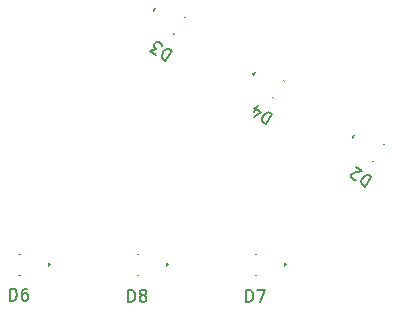
<source format=gto>
G04 #@! TF.GenerationSoftware,KiCad,Pcbnew,(6.0.0)*
G04 #@! TF.CreationDate,2022-02-11T23:38:19-05:00*
G04 #@! TF.ProjectId,FalconRHS,46616c63-6f6e-4524-9853-2e6b69636164,1A*
G04 #@! TF.SameCoordinates,Original*
G04 #@! TF.FileFunction,Legend,Top*
G04 #@! TF.FilePolarity,Positive*
%FSLAX46Y46*%
G04 Gerber Fmt 4.6, Leading zero omitted, Abs format (unit mm)*
G04 Created by KiCad (PCBNEW (6.0.0)) date 2022-02-11 23:38:19*
%MOMM*%
%LPD*%
G01*
G04 APERTURE LIST*
%ADD10C,0.150000*%
%ADD11C,0.120000*%
G04 APERTURE END LIST*
D10*
X142261904Y-125152380D02*
X142261904Y-124152380D01*
X142500000Y-124152380D01*
X142642857Y-124200000D01*
X142738095Y-124295238D01*
X142785714Y-124390476D01*
X142833333Y-124580952D01*
X142833333Y-124723809D01*
X142785714Y-124914285D01*
X142738095Y-125009523D01*
X142642857Y-125104761D01*
X142500000Y-125152380D01*
X142261904Y-125152380D01*
X143404761Y-124580952D02*
X143309523Y-124533333D01*
X143261904Y-124485714D01*
X143214285Y-124390476D01*
X143214285Y-124342857D01*
X143261904Y-124247619D01*
X143309523Y-124200000D01*
X143404761Y-124152380D01*
X143595238Y-124152380D01*
X143690476Y-124200000D01*
X143738095Y-124247619D01*
X143785714Y-124342857D01*
X143785714Y-124390476D01*
X143738095Y-124485714D01*
X143690476Y-124533333D01*
X143595238Y-124580952D01*
X143404761Y-124580952D01*
X143309523Y-124628571D01*
X143261904Y-124676190D01*
X143214285Y-124771428D01*
X143214285Y-124961904D01*
X143261904Y-125057142D01*
X143309523Y-125104761D01*
X143404761Y-125152380D01*
X143595238Y-125152380D01*
X143690476Y-125104761D01*
X143738095Y-125057142D01*
X143785714Y-124961904D01*
X143785714Y-124771428D01*
X143738095Y-124676190D01*
X143690476Y-124628571D01*
X143595238Y-124580952D01*
X162842096Y-114589533D02*
X162304899Y-115432990D01*
X162104076Y-115305086D01*
X162009163Y-115188179D01*
X161979995Y-115056688D01*
X161990992Y-114950778D01*
X162053151Y-114764539D01*
X162129893Y-114644045D01*
X162272381Y-114508967D01*
X162363707Y-114454219D01*
X162495198Y-114425051D01*
X162641273Y-114461629D01*
X162842096Y-114589533D01*
X161552768Y-114841045D02*
X161487023Y-114855629D01*
X161381113Y-114844632D01*
X161180290Y-114716728D01*
X161125541Y-114625402D01*
X161110957Y-114559656D01*
X161121954Y-114453746D01*
X161173116Y-114373417D01*
X161290023Y-114278504D01*
X162078968Y-114103498D01*
X161556828Y-113770948D01*
X154442097Y-109289533D02*
X153904900Y-110132990D01*
X153704077Y-110005086D01*
X153609164Y-109888179D01*
X153579996Y-109756688D01*
X153590993Y-109650778D01*
X153653152Y-109464539D01*
X153729894Y-109344045D01*
X153872382Y-109208967D01*
X153963708Y-109154219D01*
X154095199Y-109125051D01*
X154241274Y-109161629D01*
X154442097Y-109289533D01*
X152879027Y-109084414D02*
X153237158Y-108522109D01*
X152875204Y-109533635D02*
X153459739Y-109059069D01*
X152937599Y-108726519D01*
X152261904Y-125152380D02*
X152261904Y-124152380D01*
X152500000Y-124152380D01*
X152642857Y-124200000D01*
X152738095Y-124295238D01*
X152785714Y-124390476D01*
X152833333Y-124580952D01*
X152833333Y-124723809D01*
X152785714Y-124914285D01*
X152738095Y-125009523D01*
X152642857Y-125104761D01*
X152500000Y-125152380D01*
X152261904Y-125152380D01*
X153166666Y-124152380D02*
X153833333Y-124152380D01*
X153404761Y-125152380D01*
X132261904Y-125052380D02*
X132261904Y-124052380D01*
X132500000Y-124052380D01*
X132642857Y-124100000D01*
X132738095Y-124195238D01*
X132785714Y-124290476D01*
X132833333Y-124480952D01*
X132833333Y-124623809D01*
X132785714Y-124814285D01*
X132738095Y-124909523D01*
X132642857Y-125004761D01*
X132500000Y-125052380D01*
X132261904Y-125052380D01*
X133690476Y-124052380D02*
X133500000Y-124052380D01*
X133404761Y-124100000D01*
X133357142Y-124147619D01*
X133261904Y-124290476D01*
X133214285Y-124480952D01*
X133214285Y-124861904D01*
X133261904Y-124957142D01*
X133309523Y-125004761D01*
X133404761Y-125052380D01*
X133595238Y-125052380D01*
X133690476Y-125004761D01*
X133738095Y-124957142D01*
X133785714Y-124861904D01*
X133785714Y-124623809D01*
X133738095Y-124528571D01*
X133690476Y-124480952D01*
X133595238Y-124433333D01*
X133404761Y-124433333D01*
X133309523Y-124480952D01*
X133261904Y-124528571D01*
X133214285Y-124623809D01*
X145942097Y-103889533D02*
X145404900Y-104732990D01*
X145204077Y-104605086D01*
X145109164Y-104488179D01*
X145079996Y-104356688D01*
X145090993Y-104250778D01*
X145153152Y-104064539D01*
X145229894Y-103944045D01*
X145372382Y-103808967D01*
X145463708Y-103754219D01*
X145595199Y-103725051D01*
X145741274Y-103761629D01*
X145942097Y-103889533D01*
X144641772Y-104246955D02*
X144119632Y-103914405D01*
X144605431Y-103772153D01*
X144484937Y-103695411D01*
X144430188Y-103604085D01*
X144415605Y-103538339D01*
X144426602Y-103432429D01*
X144554506Y-103231606D01*
X144645832Y-103176858D01*
X144711577Y-103162274D01*
X144817487Y-103173271D01*
X145058475Y-103326755D01*
X145113223Y-103418082D01*
X145127807Y-103483827D01*
D11*
X143050000Y-121150000D02*
X142950000Y-121150000D01*
X143050000Y-122850000D02*
X142950000Y-122850000D01*
X143000000Y-121150000D02*
X143050000Y-121150000D01*
X145600000Y-122000000D02*
X145450000Y-122150000D01*
X145450000Y-122150000D02*
X145450000Y-121850000D01*
X145450000Y-121850000D02*
X145600000Y-122000000D01*
G36*
X145600000Y-122000000D02*
G01*
X145450000Y-122150000D01*
X145450000Y-121850000D01*
X145600000Y-122000000D01*
G37*
X145600000Y-122000000D02*
X145450000Y-122150000D01*
X145450000Y-121850000D01*
X145600000Y-122000000D01*
X163785219Y-111770294D02*
X163869565Y-111824013D01*
X162871985Y-113204171D02*
X162956331Y-113257890D01*
X162914158Y-113231031D02*
X162871985Y-113204171D01*
X161177786Y-111117381D02*
X161384885Y-111071442D01*
X161384885Y-111071442D02*
X161223726Y-111324479D01*
X161223726Y-111324479D02*
X161177786Y-111117381D01*
G36*
X161223726Y-111324479D02*
G01*
X161177786Y-111117381D01*
X161384885Y-111071442D01*
X161223726Y-111324479D01*
G37*
X161223726Y-111324479D02*
X161177786Y-111117381D01*
X161384885Y-111071442D01*
X161223726Y-111324479D01*
X154435275Y-107835712D02*
X154519621Y-107889431D01*
X154477448Y-107862572D02*
X154435275Y-107835712D01*
X155348509Y-106401835D02*
X155432855Y-106455554D01*
X152741076Y-105748922D02*
X152948175Y-105702983D01*
X152948175Y-105702983D02*
X152787016Y-105956020D01*
X152787016Y-105956020D02*
X152741076Y-105748922D01*
G36*
X152787016Y-105956020D02*
G01*
X152741076Y-105748922D01*
X152948175Y-105702983D01*
X152787016Y-105956020D01*
G37*
X152787016Y-105956020D02*
X152741076Y-105748922D01*
X152948175Y-105702983D01*
X152787016Y-105956020D01*
X153050000Y-122850000D02*
X152950000Y-122850000D01*
X153000000Y-121150000D02*
X153050000Y-121150000D01*
X153050000Y-121150000D02*
X152950000Y-121150000D01*
X155600000Y-122000000D02*
X155450000Y-122150000D01*
X155450000Y-122150000D02*
X155450000Y-121850000D01*
X155450000Y-121850000D02*
X155600000Y-122000000D01*
G36*
X155600000Y-122000000D02*
G01*
X155450000Y-122150000D01*
X155450000Y-121850000D01*
X155600000Y-122000000D01*
G37*
X155600000Y-122000000D02*
X155450000Y-122150000D01*
X155450000Y-121850000D01*
X155600000Y-122000000D01*
X133050000Y-122850000D02*
X132950000Y-122850000D01*
X133000000Y-121150000D02*
X133050000Y-121150000D01*
X133050000Y-121150000D02*
X132950000Y-121150000D01*
X135600000Y-122000000D02*
X135450000Y-122150000D01*
X135450000Y-122150000D02*
X135450000Y-121850000D01*
X135450000Y-121850000D02*
X135600000Y-122000000D01*
G36*
X135600000Y-122000000D02*
G01*
X135450000Y-122150000D01*
X135450000Y-121850000D01*
X135600000Y-122000000D01*
G37*
X135600000Y-122000000D02*
X135450000Y-122150000D01*
X135450000Y-121850000D01*
X135600000Y-122000000D01*
X146058817Y-102467703D02*
X146016644Y-102440843D01*
X146016644Y-102440843D02*
X146100990Y-102494562D01*
X146929878Y-101006966D02*
X147014224Y-101060685D01*
X144322445Y-100354053D02*
X144529544Y-100308114D01*
X144529544Y-100308114D02*
X144368385Y-100561151D01*
X144368385Y-100561151D02*
X144322445Y-100354053D01*
G36*
X144368385Y-100561151D02*
G01*
X144322445Y-100354053D01*
X144529544Y-100308114D01*
X144368385Y-100561151D01*
G37*
X144368385Y-100561151D02*
X144322445Y-100354053D01*
X144529544Y-100308114D01*
X144368385Y-100561151D01*
M02*

</source>
